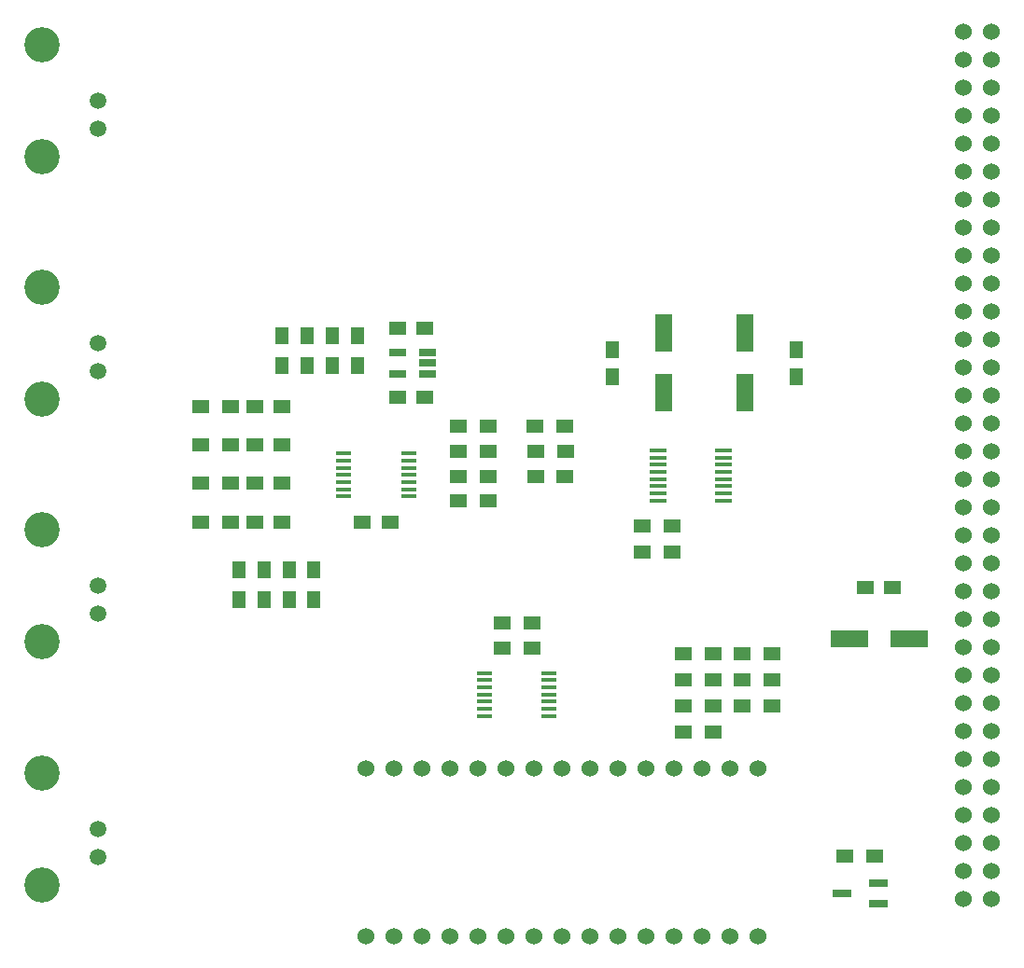
<source format=gbr>
%TF.GenerationSoftware,KiCad,Pcbnew,5.1.9-73d0e3b20d~88~ubuntu20.04.1*%
%TF.CreationDate,2021-05-09T07:33:53+02:00*%
%TF.ProjectId,bkm-129x-simple,626b6d2d-3132-4397-982d-73696d706c65,rev?*%
%TF.SameCoordinates,Original*%
%TF.FileFunction,Soldermask,Top*%
%TF.FilePolarity,Negative*%
%FSLAX46Y46*%
G04 Gerber Fmt 4.6, Leading zero omitted, Abs format (unit mm)*
G04 Created by KiCad (PCBNEW 5.1.9-73d0e3b20d~88~ubuntu20.04.1) date 2021-05-09 07:33:53*
%MOMM*%
%LPD*%
G01*
G04 APERTURE LIST*
%ADD10R,1.500000X0.450000*%
%ADD11R,1.500000X1.250000*%
%ADD12R,1.250000X1.500000*%
%ADD13R,1.600000X3.500000*%
%ADD14C,1.500000*%
%ADD15C,3.200000*%
%ADD16C,1.524000*%
%ADD17R,1.800000X0.800000*%
%ADD18R,1.500000X1.300000*%
%ADD19R,1.300000X1.500000*%
%ADD20R,1.450000X0.450000*%
%ADD21R,1.560000X0.650000*%
%ADD22R,3.500000X1.600000*%
G04 APERTURE END LIST*
D10*
%TO.C,U1*%
X190820000Y-109755000D03*
X190820000Y-109105000D03*
X190820000Y-108455000D03*
X190820000Y-107805000D03*
X190820000Y-107155000D03*
X190820000Y-106505000D03*
X190820000Y-105855000D03*
X190820000Y-105205000D03*
X184920000Y-105205000D03*
X184920000Y-105855000D03*
X184920000Y-106505000D03*
X184920000Y-107155000D03*
X184920000Y-107805000D03*
X184920000Y-108455000D03*
X184920000Y-109105000D03*
X184920000Y-109755000D03*
%TD*%
D11*
%TO.C,C1*%
X150792500Y-101219000D03*
X148292500Y-101219000D03*
%TD*%
%TO.C,C2*%
X150792500Y-104711500D03*
X148292500Y-104711500D03*
%TD*%
%TO.C,C3*%
X150792500Y-108204000D03*
X148292500Y-108204000D03*
%TD*%
%TO.C,C4*%
X150792500Y-111696500D03*
X148292500Y-111696500D03*
%TD*%
%TO.C,C5*%
X160571500Y-111696500D03*
X158071500Y-111696500D03*
%TD*%
D12*
%TO.C,C6*%
X180721000Y-98532000D03*
X180721000Y-96032000D03*
%TD*%
D13*
%TO.C,C7*%
X185356500Y-99982000D03*
X185356500Y-94582000D03*
%TD*%
%TO.C,C8*%
X192722500Y-94582000D03*
X192722500Y-99982000D03*
%TD*%
D12*
%TO.C,C9*%
X197421500Y-98532000D03*
X197421500Y-96032000D03*
%TD*%
D14*
%TO.C,J1*%
X134086600Y-75971400D03*
D15*
X129006600Y-68351400D03*
X129006600Y-78511400D03*
D14*
X134086600Y-73431400D03*
%TD*%
%TO.C,J2*%
X134086600Y-98018600D03*
D15*
X129006600Y-90398600D03*
X129006600Y-100558600D03*
D14*
X134086600Y-95478600D03*
%TD*%
%TO.C,J3*%
X134112000Y-120015000D03*
D15*
X129032000Y-112395000D03*
X129032000Y-122555000D03*
D14*
X134112000Y-117475000D03*
%TD*%
%TO.C,J4*%
X134112000Y-142113000D03*
D15*
X129032000Y-134493000D03*
X129032000Y-144653000D03*
D14*
X134112000Y-139573000D03*
%TD*%
D16*
%TO.C,J5*%
X212547200Y-67183000D03*
X212547200Y-69723000D03*
X212547200Y-72263000D03*
X212547200Y-74803000D03*
X212547200Y-77343000D03*
X212547200Y-79883000D03*
X212547200Y-82423000D03*
X212547200Y-84963000D03*
X212547200Y-87503000D03*
X212547200Y-90043000D03*
X212547200Y-92583000D03*
X212547200Y-95123000D03*
X212547200Y-97663000D03*
X212547200Y-100203000D03*
X212547200Y-102743000D03*
X212547200Y-105283000D03*
X212547200Y-107823000D03*
X212547200Y-110363000D03*
X212547200Y-112903000D03*
X212547200Y-115443000D03*
X212547200Y-117983000D03*
X212547200Y-120523000D03*
X212547200Y-123063000D03*
X212547200Y-125603000D03*
X212547200Y-128143000D03*
X212547200Y-130683000D03*
X212547200Y-133223000D03*
X212547200Y-135763000D03*
X212547200Y-138303000D03*
X212547200Y-140843000D03*
X212547200Y-143383000D03*
X212547200Y-145923000D03*
X215087200Y-67183000D03*
X215087200Y-69723000D03*
X215087200Y-72263000D03*
X215087200Y-74803000D03*
X215087200Y-77343000D03*
X215087200Y-79883000D03*
X215087200Y-82423000D03*
X215087200Y-84963000D03*
X215087200Y-87503000D03*
X215087200Y-90043000D03*
X215087200Y-92583000D03*
X215087200Y-95123000D03*
X215087200Y-97663000D03*
X215087200Y-100203000D03*
X215087200Y-102743000D03*
X215087200Y-105283000D03*
X215087200Y-107823000D03*
X215087200Y-110363000D03*
X215087200Y-112903000D03*
X215087200Y-115443000D03*
X215087200Y-117983000D03*
X215087200Y-120523000D03*
X215087200Y-123063000D03*
X215087200Y-125603000D03*
X215087200Y-128143000D03*
X215087200Y-130683000D03*
X215087200Y-133223000D03*
X215087200Y-135763000D03*
X215087200Y-138303000D03*
X215087200Y-140843000D03*
X215087200Y-143383000D03*
X215087200Y-145923000D03*
%TD*%
D17*
%TO.C,Q1*%
X204824600Y-146365000D03*
X204824600Y-144465000D03*
X201524600Y-145415000D03*
%TD*%
D18*
%TO.C,R1*%
X186120000Y-114420000D03*
X183420000Y-114420000D03*
%TD*%
D19*
%TO.C,R2*%
X150799800Y-94789000D03*
X150799800Y-97489000D03*
%TD*%
%TO.C,R3*%
X153060400Y-94789000D03*
X153060400Y-97489000D03*
%TD*%
%TO.C,R4*%
X155321000Y-94789000D03*
X155321000Y-97489000D03*
%TD*%
%TO.C,R5*%
X157581600Y-94789000D03*
X157581600Y-97489000D03*
%TD*%
D18*
%TO.C,R6*%
X169447200Y-103047800D03*
X166747200Y-103047800D03*
%TD*%
%TO.C,R7*%
X169447200Y-105308400D03*
X166747200Y-105308400D03*
%TD*%
%TO.C,R8*%
X169447200Y-107569000D03*
X166747200Y-107569000D03*
%TD*%
%TO.C,R9*%
X169447200Y-109829600D03*
X166747200Y-109829600D03*
%TD*%
%TO.C,R10*%
X146066500Y-111696500D03*
X143366500Y-111696500D03*
%TD*%
%TO.C,R11*%
X146066500Y-108204000D03*
X143366500Y-108204000D03*
%TD*%
%TO.C,R12*%
X146066500Y-104711500D03*
X143366500Y-104711500D03*
%TD*%
%TO.C,R13*%
X146066500Y-101219000D03*
X143366500Y-101219000D03*
%TD*%
D19*
%TO.C,R14*%
X146888200Y-116048800D03*
X146888200Y-118748800D03*
%TD*%
%TO.C,R15*%
X149148800Y-116048800D03*
X149148800Y-118748800D03*
%TD*%
%TO.C,R16*%
X151409400Y-116048800D03*
X151409400Y-118748800D03*
%TD*%
%TO.C,R17*%
X153670000Y-116048800D03*
X153670000Y-118748800D03*
%TD*%
D18*
%TO.C,R18*%
X183440000Y-112090000D03*
X186140000Y-112090000D03*
%TD*%
%TO.C,R20*%
X192528200Y-123698000D03*
X195228200Y-123698000D03*
%TD*%
%TO.C,R21*%
X187143400Y-123698000D03*
X189843400Y-123698000D03*
%TD*%
%TO.C,R22*%
X204524600Y-142049500D03*
X201824600Y-142049500D03*
%TD*%
%TO.C,R23*%
X170735000Y-123190000D03*
X173435000Y-123190000D03*
%TD*%
%TO.C,R24*%
X187168800Y-130759200D03*
X189868800Y-130759200D03*
%TD*%
%TO.C,R25*%
X192528200Y-128397000D03*
X195228200Y-128397000D03*
%TD*%
%TO.C,R26*%
X187143400Y-128397000D03*
X189843400Y-128397000D03*
%TD*%
%TO.C,R27*%
X192528200Y-126060200D03*
X195228200Y-126060200D03*
%TD*%
%TO.C,R28*%
X187143400Y-126060200D03*
X189843400Y-126060200D03*
%TD*%
D16*
%TO.C,U3*%
X193967100Y-134112000D03*
X191427100Y-134112000D03*
X188887100Y-134112000D03*
X186347100Y-134112000D03*
X183807100Y-134112000D03*
X181267100Y-134112000D03*
X178727100Y-134112000D03*
X176187100Y-134112000D03*
X173647100Y-134112000D03*
X171107100Y-134112000D03*
X168567100Y-134112000D03*
X166027100Y-134112000D03*
X163487100Y-134112000D03*
X160947100Y-134112000D03*
X158407100Y-134112000D03*
X158407100Y-149352000D03*
X160947100Y-149352000D03*
X163487100Y-149352000D03*
X166027100Y-149352000D03*
X168567100Y-149352000D03*
X171107100Y-149352000D03*
X173647100Y-149352000D03*
X176187100Y-149352000D03*
X178727100Y-149352000D03*
X181267100Y-149352000D03*
X183807100Y-149352000D03*
X186347100Y-149352000D03*
X188887100Y-149352000D03*
X191427100Y-149352000D03*
X193967100Y-149352000D03*
%TD*%
D20*
%TO.C,U2*%
X156371500Y-105492000D03*
X156371500Y-106142000D03*
X156371500Y-106792000D03*
X156371500Y-107442000D03*
X156371500Y-108092000D03*
X156371500Y-108742000D03*
X156371500Y-109392000D03*
X162271500Y-109392000D03*
X162271500Y-108742000D03*
X162271500Y-108092000D03*
X162271500Y-107442000D03*
X162271500Y-106792000D03*
X162271500Y-106142000D03*
X162271500Y-105492000D03*
%TD*%
%TO.C,U4*%
X169109600Y-125431000D03*
X169109600Y-126081000D03*
X169109600Y-126731000D03*
X169109600Y-127381000D03*
X169109600Y-128031000D03*
X169109600Y-128681000D03*
X169109600Y-129331000D03*
X175009600Y-129331000D03*
X175009600Y-128681000D03*
X175009600Y-128031000D03*
X175009600Y-127381000D03*
X175009600Y-126731000D03*
X175009600Y-126081000D03*
X175009600Y-125431000D03*
%TD*%
D11*
%TO.C,C10*%
X161259200Y-100406200D03*
X163759200Y-100406200D03*
%TD*%
%TO.C,C11*%
X163759200Y-94157800D03*
X161259200Y-94157800D03*
%TD*%
D21*
%TO.C,U5*%
X163986200Y-98232000D03*
X163986200Y-97282000D03*
X163986200Y-96332000D03*
X161286200Y-96332000D03*
X161286200Y-98232000D03*
%TD*%
D11*
%TO.C,C12*%
X203677200Y-117652800D03*
X206177200Y-117652800D03*
%TD*%
D22*
%TO.C,C13*%
X202227200Y-122301000D03*
X207627200Y-122301000D03*
%TD*%
D18*
%TO.C,R19*%
X170735000Y-120904000D03*
X173435000Y-120904000D03*
%TD*%
%TO.C,R29*%
X173750000Y-103050000D03*
X176450000Y-103050000D03*
%TD*%
%TO.C,R30*%
X173770000Y-105310000D03*
X176470000Y-105310000D03*
%TD*%
%TO.C,R31*%
X173760000Y-107570000D03*
X176460000Y-107570000D03*
%TD*%
M02*

</source>
